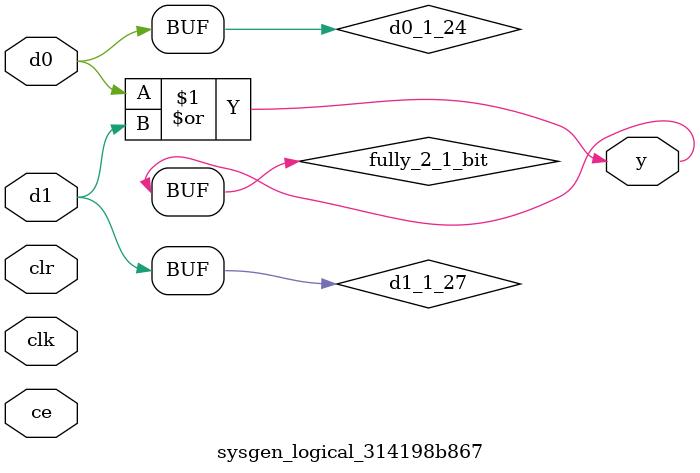
<source format=v>
module sysgen_logical_314198b867 (
  input [(1 - 1):0] d0,
  input [(1 - 1):0] d1,
  output [(1 - 1):0] y,
  input clk,
  input ce,
  input clr);
  wire d0_1_24;
  wire d1_1_27;
  wire fully_2_1_bit;
  assign d0_1_24 = d0;
  assign d1_1_27 = d1;
  assign fully_2_1_bit = d0_1_24 | d1_1_27;
  assign y = fully_2_1_bit;
endmodule
</source>
